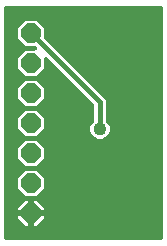
<source format=gbr>
G04 EAGLE Gerber RS-274X export*
G75*
%MOMM*%
%FSLAX34Y34*%
%LPD*%
%INBottom Copper*%
%IPPOS*%
%AMOC8*
5,1,8,0,0,1.08239X$1,22.5*%
G01*
%ADD10P,1.759533X8X22.500000*%
%ADD11C,1.016000*%
%ADD12C,0.457200*%
%ADD13C,1.108000*%

G36*
X135146Y2543D02*
X135146Y2543D01*
X135164Y2541D01*
X135346Y2562D01*
X135529Y2581D01*
X135546Y2586D01*
X135563Y2588D01*
X135738Y2645D01*
X135914Y2699D01*
X135929Y2707D01*
X135946Y2713D01*
X136106Y2803D01*
X136268Y2891D01*
X136281Y2902D01*
X136297Y2911D01*
X136436Y3031D01*
X136577Y3148D01*
X136588Y3162D01*
X136602Y3174D01*
X136714Y3319D01*
X136829Y3462D01*
X136837Y3478D01*
X136848Y3492D01*
X136930Y3657D01*
X137015Y3819D01*
X137020Y3836D01*
X137028Y3852D01*
X137075Y4031D01*
X137126Y4206D01*
X137128Y4224D01*
X137132Y4241D01*
X137159Y4572D01*
X137159Y198628D01*
X137157Y198646D01*
X137159Y198664D01*
X137138Y198846D01*
X137119Y199029D01*
X137114Y199046D01*
X137112Y199063D01*
X137055Y199238D01*
X137001Y199414D01*
X136993Y199429D01*
X136987Y199446D01*
X136897Y199606D01*
X136809Y199768D01*
X136798Y199781D01*
X136789Y199797D01*
X136669Y199936D01*
X136552Y200077D01*
X136538Y200088D01*
X136526Y200102D01*
X136381Y200214D01*
X136238Y200329D01*
X136222Y200337D01*
X136208Y200348D01*
X136043Y200430D01*
X135881Y200515D01*
X135864Y200520D01*
X135848Y200528D01*
X135669Y200575D01*
X135494Y200626D01*
X135476Y200628D01*
X135459Y200632D01*
X135128Y200659D01*
X4572Y200659D01*
X4554Y200657D01*
X4536Y200659D01*
X4354Y200638D01*
X4171Y200619D01*
X4154Y200614D01*
X4137Y200612D01*
X3962Y200555D01*
X3786Y200501D01*
X3771Y200493D01*
X3754Y200487D01*
X3594Y200397D01*
X3432Y200309D01*
X3419Y200298D01*
X3403Y200289D01*
X3264Y200169D01*
X3123Y200052D01*
X3112Y200038D01*
X3098Y200026D01*
X2986Y199881D01*
X2871Y199738D01*
X2863Y199722D01*
X2852Y199708D01*
X2770Y199543D01*
X2685Y199381D01*
X2680Y199364D01*
X2672Y199348D01*
X2625Y199169D01*
X2574Y198994D01*
X2572Y198976D01*
X2568Y198959D01*
X2541Y198628D01*
X2541Y4572D01*
X2543Y4554D01*
X2541Y4536D01*
X2562Y4354D01*
X2581Y4171D01*
X2586Y4154D01*
X2588Y4137D01*
X2645Y3962D01*
X2699Y3786D01*
X2707Y3771D01*
X2713Y3754D01*
X2803Y3594D01*
X2891Y3432D01*
X2902Y3419D01*
X2911Y3403D01*
X3031Y3264D01*
X3148Y3123D01*
X3162Y3112D01*
X3174Y3098D01*
X3319Y2986D01*
X3462Y2871D01*
X3478Y2863D01*
X3492Y2852D01*
X3657Y2770D01*
X3819Y2685D01*
X3836Y2680D01*
X3852Y2672D01*
X4031Y2625D01*
X4206Y2574D01*
X4224Y2572D01*
X4241Y2568D01*
X4572Y2541D01*
X135128Y2541D01*
X135146Y2543D01*
G37*
%LPC*%
G36*
X82213Y88439D02*
X82213Y88439D01*
X79243Y89669D01*
X76969Y91943D01*
X75739Y94913D01*
X75739Y98127D01*
X76969Y101097D01*
X78398Y102526D01*
X78415Y102547D01*
X78436Y102564D01*
X78543Y102702D01*
X78653Y102838D01*
X78666Y102861D01*
X78682Y102882D01*
X78760Y103039D01*
X78842Y103193D01*
X78850Y103219D01*
X78862Y103243D01*
X78907Y103412D01*
X78957Y103579D01*
X78959Y103606D01*
X78966Y103632D01*
X78993Y103963D01*
X78993Y116539D01*
X78991Y116566D01*
X78993Y116593D01*
X78971Y116767D01*
X78953Y116940D01*
X78946Y116965D01*
X78942Y116992D01*
X78887Y117158D01*
X78835Y117325D01*
X78822Y117348D01*
X78814Y117374D01*
X78727Y117525D01*
X78643Y117679D01*
X78626Y117699D01*
X78613Y117723D01*
X78398Y117976D01*
X39536Y156838D01*
X39529Y156843D01*
X39524Y156850D01*
X39374Y156971D01*
X39225Y157093D01*
X39217Y157097D01*
X39210Y157103D01*
X39039Y157191D01*
X38869Y157281D01*
X38861Y157284D01*
X38853Y157288D01*
X38667Y157341D01*
X38483Y157396D01*
X38474Y157397D01*
X38466Y157399D01*
X38274Y157415D01*
X38082Y157433D01*
X38073Y157432D01*
X38064Y157432D01*
X37875Y157410D01*
X37682Y157389D01*
X37673Y157386D01*
X37665Y157385D01*
X37483Y157326D01*
X37298Y157268D01*
X37290Y157263D01*
X37282Y157261D01*
X37113Y157166D01*
X36946Y157073D01*
X36939Y157067D01*
X36931Y157063D01*
X36785Y156937D01*
X36639Y156812D01*
X36633Y156805D01*
X36626Y156800D01*
X36509Y156648D01*
X36389Y156496D01*
X36385Y156488D01*
X36380Y156481D01*
X36294Y156309D01*
X36207Y156137D01*
X36204Y156129D01*
X36200Y156121D01*
X36150Y155934D01*
X36099Y155750D01*
X36098Y155741D01*
X36096Y155732D01*
X36069Y155401D01*
X36069Y147981D01*
X29819Y141731D01*
X20981Y141731D01*
X14731Y147981D01*
X14731Y156819D01*
X20981Y163069D01*
X28401Y163069D01*
X28535Y163082D01*
X28669Y163086D01*
X28735Y163102D01*
X28802Y163109D01*
X28930Y163148D01*
X29061Y163179D01*
X29122Y163207D01*
X29187Y163227D01*
X29305Y163291D01*
X29427Y163346D01*
X29481Y163386D01*
X29541Y163419D01*
X29644Y163504D01*
X29752Y163583D01*
X29798Y163633D01*
X29850Y163676D01*
X29934Y163781D01*
X30025Y163879D01*
X30060Y163937D01*
X30103Y163990D01*
X30164Y164109D01*
X30234Y164224D01*
X30257Y164287D01*
X30288Y164347D01*
X30325Y164476D01*
X30371Y164602D01*
X30381Y164669D01*
X30399Y164734D01*
X30410Y164868D01*
X30430Y165000D01*
X30427Y165068D01*
X30432Y165136D01*
X30417Y165269D01*
X30410Y165402D01*
X30393Y165468D01*
X30385Y165535D01*
X30344Y165663D01*
X30311Y165793D01*
X30282Y165854D01*
X30261Y165918D01*
X30195Y166035D01*
X30137Y166156D01*
X30096Y166210D01*
X30063Y166269D01*
X29975Y166370D01*
X29894Y166477D01*
X29844Y166522D01*
X29800Y166573D01*
X29694Y166656D01*
X29593Y166745D01*
X29527Y166785D01*
X29481Y166820D01*
X29412Y166855D01*
X29310Y166917D01*
X29213Y166954D01*
X29121Y167000D01*
X29026Y167025D01*
X28934Y167060D01*
X28832Y167077D01*
X28732Y167104D01*
X28613Y167114D01*
X28536Y167127D01*
X28479Y167125D01*
X28401Y167131D01*
X20981Y167131D01*
X14731Y173381D01*
X14731Y182219D01*
X20981Y188469D01*
X29819Y188469D01*
X36069Y182219D01*
X36069Y174799D01*
X36071Y174772D01*
X36069Y174745D01*
X36091Y174571D01*
X36109Y174398D01*
X36116Y174373D01*
X36120Y174346D01*
X36175Y174180D01*
X36227Y174013D01*
X36240Y173990D01*
X36248Y173964D01*
X36335Y173813D01*
X36419Y173659D01*
X36436Y173639D01*
X36449Y173615D01*
X36664Y173362D01*
X87912Y122114D01*
X88647Y120340D01*
X88647Y103963D01*
X88649Y103936D01*
X88647Y103909D01*
X88669Y103735D01*
X88687Y103562D01*
X88694Y103536D01*
X88698Y103510D01*
X88753Y103344D01*
X88805Y103177D01*
X88818Y103153D01*
X88826Y103128D01*
X88913Y102976D01*
X88997Y102823D01*
X89014Y102802D01*
X89027Y102779D01*
X89242Y102526D01*
X90671Y101097D01*
X91901Y98127D01*
X91901Y94913D01*
X90671Y91943D01*
X88397Y89669D01*
X85427Y88439D01*
X82213Y88439D01*
G37*
%LPD*%
%LPC*%
G36*
X20981Y116331D02*
X20981Y116331D01*
X14731Y122581D01*
X14731Y131419D01*
X20981Y137669D01*
X29819Y137669D01*
X36069Y131419D01*
X36069Y122581D01*
X29819Y116331D01*
X20981Y116331D01*
G37*
%LPD*%
%LPC*%
G36*
X20981Y90931D02*
X20981Y90931D01*
X14731Y97181D01*
X14731Y106019D01*
X20981Y112269D01*
X29819Y112269D01*
X36069Y106019D01*
X36069Y97181D01*
X29819Y90931D01*
X20981Y90931D01*
G37*
%LPD*%
%LPC*%
G36*
X20981Y65531D02*
X20981Y65531D01*
X14731Y71781D01*
X14731Y80619D01*
X20981Y86869D01*
X29819Y86869D01*
X36069Y80619D01*
X36069Y71781D01*
X29819Y65531D01*
X20981Y65531D01*
G37*
%LPD*%
%LPC*%
G36*
X20981Y40131D02*
X20981Y40131D01*
X14731Y46381D01*
X14731Y55219D01*
X20981Y61469D01*
X29819Y61469D01*
X36069Y55219D01*
X36069Y46381D01*
X29819Y40131D01*
X20981Y40131D01*
G37*
%LPD*%
%LPC*%
G36*
X27939Y27939D02*
X27939Y27939D01*
X27939Y36069D01*
X29819Y36069D01*
X36069Y29819D01*
X36069Y27939D01*
X27939Y27939D01*
G37*
%LPD*%
%LPC*%
G36*
X14731Y27939D02*
X14731Y27939D01*
X14731Y29819D01*
X20981Y36069D01*
X22861Y36069D01*
X22861Y27939D01*
X14731Y27939D01*
G37*
%LPD*%
%LPC*%
G36*
X27939Y14731D02*
X27939Y14731D01*
X27939Y22861D01*
X36069Y22861D01*
X36069Y20981D01*
X29819Y14731D01*
X27939Y14731D01*
G37*
%LPD*%
%LPC*%
G36*
X20981Y14731D02*
X20981Y14731D01*
X14731Y20981D01*
X14731Y22861D01*
X22861Y22861D01*
X22861Y14731D01*
X20981Y14731D01*
G37*
%LPD*%
D10*
X25400Y177800D03*
X25400Y152400D03*
X25400Y127000D03*
X25400Y101600D03*
X25400Y76200D03*
X25400Y50800D03*
X25400Y25400D03*
D11*
X43180Y139700D03*
D12*
X83820Y119380D02*
X83820Y96520D01*
X83820Y119380D02*
X25400Y177800D01*
D13*
X83820Y96520D03*
M02*

</source>
